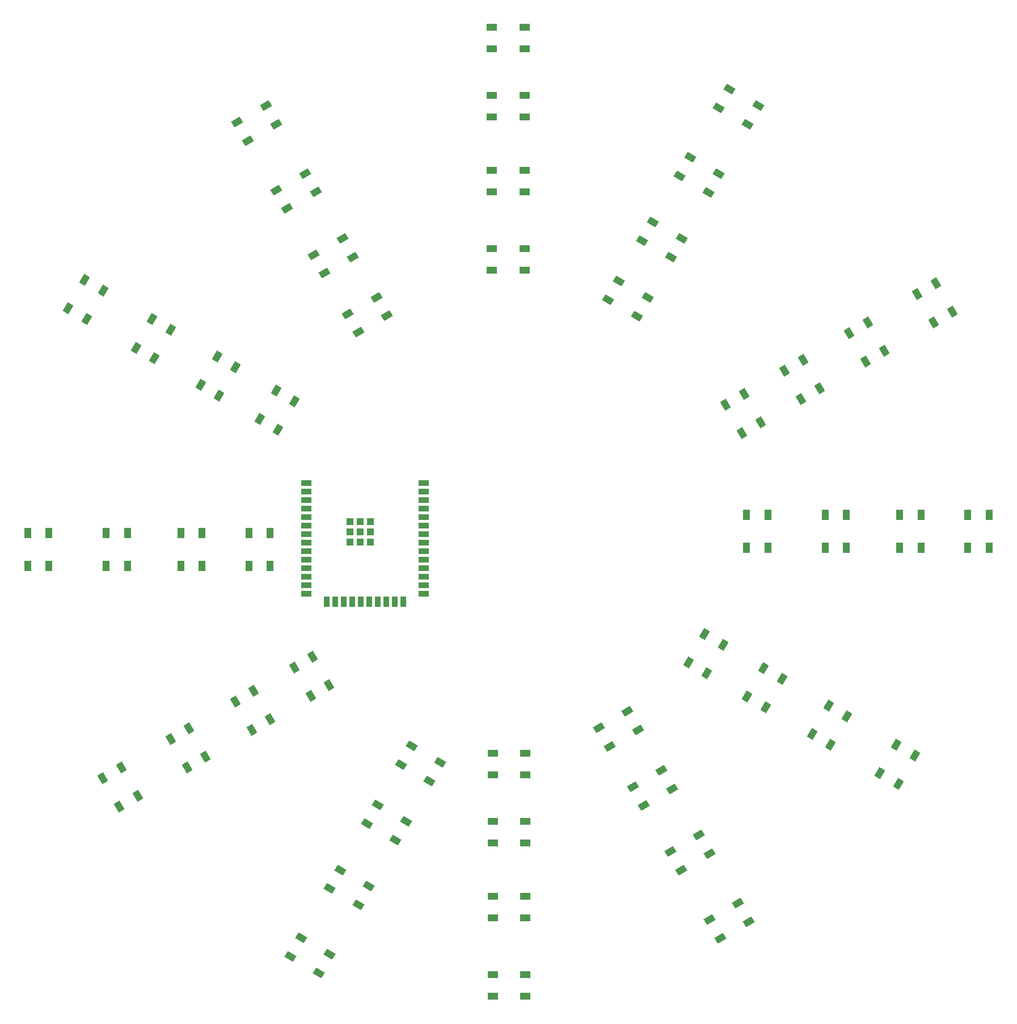
<source format=gbr>
%TF.GenerationSoftware,KiCad,Pcbnew,8.0.1*%
%TF.CreationDate,2024-04-03T22:21:12+02:00*%
%TF.ProjectId,LEDTischLampe,4c454454-6973-4636-984c-616d70652e6b,rev?*%
%TF.SameCoordinates,Original*%
%TF.FileFunction,Paste,Top*%
%TF.FilePolarity,Positive*%
%FSLAX46Y46*%
G04 Gerber Fmt 4.6, Leading zero omitted, Abs format (unit mm)*
G04 Created by KiCad (PCBNEW 8.0.1) date 2024-04-03 22:21:12*
%MOMM*%
%LPD*%
G01*
G04 APERTURE LIST*
G04 Aperture macros list*
%AMRotRect*
0 Rectangle, with rotation*
0 The origin of the aperture is its center*
0 $1 length*
0 $2 width*
0 $3 Rotation angle, in degrees counterclockwise*
0 Add horizontal line*
21,1,$1,$2,0,0,$3*%
G04 Aperture macros list end*
%ADD10RotRect,1.500000X1.000000X210.000000*%
%ADD11RotRect,1.500000X1.000000X120.000000*%
%ADD12R,1.000000X1.500000*%
%ADD13RotRect,1.500000X1.000000X330.000000*%
%ADD14RotRect,1.500000X1.000000X150.000000*%
%ADD15RotRect,1.500000X1.000000X240.000000*%
%ADD16RotRect,1.500000X1.000000X30.000000*%
%ADD17R,1.500000X1.000000*%
%ADD18RotRect,1.500000X1.000000X60.000000*%
%ADD19R,1.500000X0.900000*%
%ADD20R,0.900000X1.500000*%
%ADD21R,1.050000X1.050000*%
%ADD22RotRect,1.500000X1.000000X300.000000*%
G04 APERTURE END LIST*
D10*
%TO.C,D6*%
X105579999Y-55153561D03*
X107179999Y-57924843D03*
X111423523Y-55474843D03*
X109823523Y-52703561D03*
%TD*%
D11*
%TO.C,D5*%
X169817621Y-75936476D03*
X167046339Y-77536476D03*
X169496339Y-81780000D03*
X172267621Y-80180000D03*
%TD*%
D12*
%TO.C,D8*%
X170180002Y-98880000D03*
X173380002Y-98880000D03*
X173380002Y-93980000D03*
X170180002Y-93980000D03*
%TD*%
D13*
%TO.C,D6*%
X117780000Y-142471282D03*
X119380000Y-139700000D03*
X115136476Y-137250000D03*
X113536476Y-140021282D03*
%TD*%
D12*
%TO.C,D5*%
X95860001Y-101600000D03*
X99060001Y-101600000D03*
X99060001Y-96700000D03*
X95860001Y-96700000D03*
%TD*%
D13*
%TO.C,D7*%
X112200000Y-152136124D03*
X113800000Y-149364842D03*
X109556476Y-146914842D03*
X107956476Y-149686124D03*
%TD*%
D14*
%TO.C,D8*%
X167640000Y-30480000D03*
X166040000Y-33251282D03*
X170283524Y-35701282D03*
X171883524Y-32930000D03*
%TD*%
D12*
%TO.C,D5*%
X203200001Y-98879999D03*
X206400001Y-98879999D03*
X206400001Y-93979999D03*
X203200001Y-93979999D03*
%TD*%
D15*
%TO.C,D7*%
X79003876Y-69020000D03*
X81775158Y-70620000D03*
X84225158Y-66376476D03*
X81453876Y-64776476D03*
%TD*%
D16*
%TO.C,D5*%
X153999999Y-126052463D03*
X152399999Y-123281181D03*
X148156475Y-125731181D03*
X149756475Y-128502463D03*
%TD*%
D17*
%TO.C,D6*%
X137070000Y-34620000D03*
X137070000Y-31420000D03*
X132170000Y-31420000D03*
X132170000Y-34620000D03*
%TD*%
%TO.C,D7*%
X137160000Y-154059999D03*
X137160000Y-150859999D03*
X132260000Y-150859999D03*
X132260000Y-154059999D03*
%TD*%
D10*
%TO.C,D8*%
X94150000Y-35356222D03*
X95750000Y-38127504D03*
X99993524Y-35677504D03*
X98393524Y-32906222D03*
%TD*%
D12*
%TO.C,D6*%
X85700000Y-101600000D03*
X88900000Y-101600000D03*
X88900000Y-96700000D03*
X85700000Y-96700000D03*
%TD*%
D11*
%TO.C,D7*%
X188281282Y-65276476D03*
X185510000Y-66876476D03*
X187960000Y-71120000D03*
X190731282Y-69520000D03*
%TD*%
D15*
%TO.C,D5*%
X97467537Y-79680000D03*
X100238819Y-81280000D03*
X102688819Y-77036476D03*
X99917537Y-75436476D03*
%TD*%
D10*
%TO.C,D5*%
X110660000Y-63952380D03*
X112260000Y-66723662D03*
X116503524Y-64273662D03*
X114903524Y-61502380D03*
%TD*%
D18*
%TO.C,D8*%
X195288621Y-129869999D03*
X192517339Y-128269999D03*
X190067339Y-132513523D03*
X192838621Y-134113523D03*
%TD*%
D15*
%TO.C,D6*%
X88668718Y-74600000D03*
X91440000Y-76200000D03*
X93890000Y-71956476D03*
X91118718Y-70356476D03*
%TD*%
%TO.C,D8*%
X68871379Y-63170001D03*
X71642661Y-64770001D03*
X74092661Y-60526477D03*
X71321379Y-58926477D03*
%TD*%
D19*
%TO.C,U1*%
X104452500Y-89180000D03*
X104452500Y-90450000D03*
X104452500Y-91720000D03*
X104452500Y-92990000D03*
X104452500Y-94260000D03*
X104452500Y-95530000D03*
X104452500Y-96800000D03*
X104452500Y-98070000D03*
X104452500Y-99340000D03*
X104452500Y-100610000D03*
X104452500Y-101880000D03*
X104452500Y-103150000D03*
X104452500Y-104420000D03*
X104452500Y-105690000D03*
D20*
X107492500Y-106940000D03*
X108762500Y-106940000D03*
X110032500Y-106940000D03*
X111302500Y-106940000D03*
X112572500Y-106940000D03*
X113842500Y-106940000D03*
X115112500Y-106940000D03*
X116382500Y-106940000D03*
X117652500Y-106940000D03*
X118922500Y-106940000D03*
D19*
X121952500Y-105690000D03*
X121952500Y-104420000D03*
X121952500Y-103150000D03*
X121952500Y-101880000D03*
X121952500Y-100610000D03*
X121952500Y-99340000D03*
X121952500Y-98070000D03*
X121952500Y-96800000D03*
X121952500Y-95530000D03*
X121952500Y-94260000D03*
X121952500Y-92990000D03*
X121952500Y-91720000D03*
X121952500Y-90450000D03*
X121952500Y-89180000D03*
D21*
X110997500Y-94995000D03*
X110997500Y-96520000D03*
X110997500Y-98045000D03*
X112522500Y-94995000D03*
X112522500Y-96520000D03*
X112522500Y-98045000D03*
X114047500Y-94995000D03*
X114047500Y-96520000D03*
X114047500Y-98045000D03*
%TD*%
D17*
%TO.C,D5*%
X137070000Y-24460000D03*
X137070000Y-21260000D03*
X132170000Y-21260000D03*
X132170000Y-24460000D03*
%TD*%
D18*
%TO.C,D7*%
X185156124Y-124020000D03*
X182384842Y-122420000D03*
X179934842Y-126663524D03*
X182706124Y-128263524D03*
%TD*%
D17*
%TO.C,D7*%
X137070000Y-45780000D03*
X137070000Y-42580000D03*
X132170000Y-42580000D03*
X132170000Y-45780000D03*
%TD*%
D14*
%TO.C,D5*%
X151130001Y-59076158D03*
X149530001Y-61847440D03*
X153773525Y-64297440D03*
X155373525Y-61526158D03*
%TD*%
D13*
%TO.C,D8*%
X106350001Y-162268621D03*
X107950001Y-159497339D03*
X103706477Y-157047339D03*
X102106477Y-159818621D03*
%TD*%
D11*
%TO.C,D6*%
X178616439Y-70856475D03*
X175845157Y-72456475D03*
X178295157Y-76699999D03*
X181066439Y-75099999D03*
%TD*%
D18*
%TO.C,D5*%
X166692463Y-113360000D03*
X163921181Y-111760000D03*
X161471181Y-116003524D03*
X164242463Y-117603524D03*
%TD*%
D11*
%TO.C,D8*%
X198413779Y-59426476D03*
X195642497Y-61026476D03*
X198092497Y-65270000D03*
X200863779Y-63670000D03*
%TD*%
D16*
%TO.C,D7*%
X164659999Y-144516124D03*
X163059999Y-141744842D03*
X158816475Y-144194842D03*
X160416475Y-146966124D03*
%TD*%
D12*
%TO.C,D8*%
X62840002Y-101600000D03*
X66040002Y-101600000D03*
X66040002Y-96700000D03*
X62840002Y-96700000D03*
%TD*%
D14*
%TO.C,D6*%
X156210000Y-50277340D03*
X154610000Y-53048622D03*
X158853524Y-55498622D03*
X160453524Y-52727340D03*
%TD*%
D17*
%TO.C,D5*%
X137160000Y-132739999D03*
X137160000Y-129539999D03*
X132260000Y-129539999D03*
X132260000Y-132739999D03*
%TD*%
D22*
%TO.C,D5*%
X105087537Y-120979999D03*
X107858819Y-119379999D03*
X105408819Y-115136475D03*
X102637537Y-116736475D03*
%TD*%
%TO.C,D8*%
X76491379Y-137489999D03*
X79262661Y-135889999D03*
X76812661Y-131646475D03*
X74041379Y-133246475D03*
%TD*%
D13*
%TO.C,D5*%
X122860000Y-133672463D03*
X124460000Y-130901181D03*
X120216476Y-128451181D03*
X118616476Y-131222463D03*
%TD*%
D17*
%TO.C,D6*%
X137160000Y-142900000D03*
X137160000Y-139700000D03*
X132260000Y-139700000D03*
X132260000Y-142900000D03*
%TD*%
D22*
%TO.C,D6*%
X96288718Y-126060000D03*
X99060000Y-124460000D03*
X96610000Y-120216476D03*
X93838718Y-121816476D03*
%TD*%
D12*
%TO.C,D6*%
X193040000Y-98880000D03*
X196240000Y-98880000D03*
X196240000Y-93980000D03*
X193040000Y-93980000D03*
%TD*%
D17*
%TO.C,D8*%
X137070000Y-57480000D03*
X137070000Y-54280000D03*
X132170000Y-54280000D03*
X132170000Y-57480000D03*
%TD*%
D16*
%TO.C,D6*%
X159080000Y-134851282D03*
X157480000Y-132080000D03*
X153236476Y-134530000D03*
X154836476Y-137301282D03*
%TD*%
D12*
%TO.C,D7*%
X74540001Y-101600000D03*
X77740001Y-101600000D03*
X77740001Y-96700000D03*
X74540001Y-96700000D03*
%TD*%
D16*
%TO.C,D8*%
X170509999Y-154648621D03*
X168909999Y-151877339D03*
X164666475Y-154327339D03*
X166266475Y-157098621D03*
%TD*%
D22*
%TO.C,D7*%
X86623876Y-131639999D03*
X89395158Y-130039999D03*
X86945158Y-125796475D03*
X84173876Y-127396475D03*
%TD*%
D12*
%TO.C,D7*%
X181880001Y-98879999D03*
X185080001Y-98879999D03*
X185080001Y-93979999D03*
X181880001Y-93979999D03*
%TD*%
D17*
%TO.C,D8*%
X137160000Y-165759998D03*
X137160000Y-162559998D03*
X132260000Y-162559998D03*
X132260000Y-165759998D03*
%TD*%
D18*
%TO.C,D6*%
X175491282Y-118440000D03*
X172720000Y-116840000D03*
X170270000Y-121083524D03*
X173041282Y-122683524D03*
%TD*%
D10*
%TO.C,D7*%
X100000000Y-45488718D03*
X101600000Y-48260000D03*
X105843524Y-45810000D03*
X104243524Y-43038718D03*
%TD*%
D14*
%TO.C,D7*%
X161790000Y-40612497D03*
X160190000Y-43383779D03*
X164433524Y-45833779D03*
X166033524Y-43062497D03*
%TD*%
M02*

</source>
